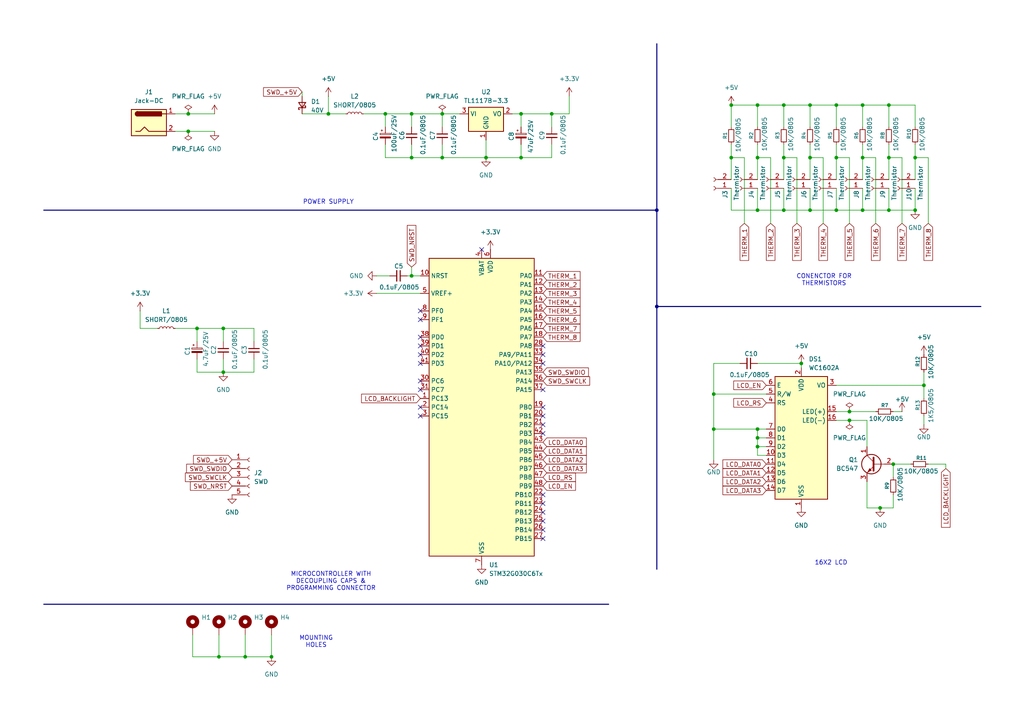
<source format=kicad_sch>
(kicad_sch (version 20250114) (generator "eeschema") (generator_version "9.0")
  (paper "A4")
  (title_block (title "Test Jig - Temperature") (date "2025-10-01") (rev "1.0") (company "Wyre Innovations") (comment 1 "Author: Shishir Dey"))
  (lib_symbols
    (symbol "Connector:Conn_01x02_Socket" (pin_names (offset 1.016) (hide yes))
      (property "Reference" "J" (at 0 2.54 0))
      (property "Value" "Conn_01x02_Socket" (at 0 -5.08 0))
      (symbol "Conn_01x02_Socket_1_1"
        (polyline (pts (xy -1.27 0) (xy -0.508 0)) (stroke (width 0.1524)))
        (polyline (pts (xy -1.27 -2.54) (xy -0.508 -2.54)) (stroke (width 0.1524)))
        (arc (start 0 -0.508) (mid -0.5058 0) (end 0 0.508) (stroke (width 0.1524)))
        (arc (start 0 -3.048) (mid -0.5058 -2.54) (end 0 -2.032) (stroke (width 0.1524)))
        (pin passive line (at -5.08 0 0) (length 3.81) (name "Pin_1") (number "1"))
        (pin passive line (at -5.08 -2.54 0) (length 3.81) (name "Pin_2") (number "2"))
      )
    )
    (symbol "Connector:Conn_01x05_Socket" (pin_names (offset 1.016) (hide yes))
      (property "Reference" "J" (at 0 7.62 0))
      (property "Value" "Conn_01x05_Socket" (at 0 -7.62 0))
      (symbol "Conn_01x05_Socket_1_1"
        (polyline (pts (xy -1.27 5.08) (xy -0.508 5.08)) (stroke (width 0.1524)))
        (polyline (pts (xy -1.27 2.54) (xy -0.508 2.54)) (stroke (width 0.1524)))
        (polyline (pts (xy -1.27 0) (xy -0.508 0)) (stroke (width 0.1524)))
        (polyline (pts (xy -1.27 -2.54) (xy -0.508 -2.54)) (stroke (width 0.1524)))
        (polyline (pts (xy -1.27 -5.08) (xy -0.508 -5.08)) (stroke (width 0.1524)))
        (arc (start 0 4.572) (mid -0.5058 5.08) (end 0 5.588) (stroke (width 0.1524)))
        (arc (start 0 2.032) (mid -0.5058 2.54) (end 0 3.048) (stroke (width 0.1524)))
        (arc (start 0 -0.508) (mid -0.5058 0) (end 0 0.508) (stroke (width 0.1524)))
        (arc (start 0 -3.048) (mid -0.5058 -2.54) (end 0 -2.032) (stroke (width 0.1524)))
        (arc (start 0 -5.588) (mid -0.5058 -5.08) (end 0 -4.572) (stroke (width 0.1524)))
        (pin passive line (at -5.08 5.08 0) (length 3.81) (name "Pin_1") (number "1"))
        (pin passive line (at -5.08 2.54 0) (length 3.81) (name "Pin_2") (number "2"))
        (pin passive line (at -5.08 0 0) (length 3.81) (name "Pin_3") (number "3"))
        (pin passive line (at -5.08 -2.54 0) (length 3.81) (name "Pin_4") (number "4"))
        (pin passive line (at -5.08 -5.08 0) (length 3.81) (name "Pin_5") (number "5"))
      )
    )
    (symbol "Connector:Jack-DC" (pin_names (offset 1.016))
      (property "Reference" "J" (at 0 5.334 0))
      (property "Value" "Jack-DC" (at 0 -5.08 0))
      (symbol "Jack-DC_0_1"
        (rectangle (start -5.08 3.81) (end 5.08 -3.81) (stroke (width 0.254)) (fill (type background)))
        (polyline (pts (xy -3.81 -2.54) (xy -2.54 -2.54) (xy -1.27 -1.27) (xy 0 -2.54) (xy 2.54 -2.54) (xy 5.08 -2.54)) (stroke (width 0.254)))
        (arc (start -3.302 1.905) (mid -3.9343 2.54) (end -3.302 3.175) (stroke (width 0.254)))
        (arc (start -3.302 1.905) (mid -3.9343 2.54) (end -3.302 3.175) (stroke (width 0.254)) (fill (type outline)))
        (rectangle (start 3.683 3.175) (end -3.302 1.905) (stroke (width 0.254)) (fill (type outline)))
        (polyline (pts (xy 5.08 2.54) (xy 3.81 2.54)) (stroke (width 0.254)))
      )
      (symbol "Jack-DC_1_1"
        (pin passive line (at 7.62 2.54 180) (length 2.54) (name "~") (number "1"))
        (pin passive line (at 7.62 -2.54 180) (length 2.54) (name "~") (number "2"))
      )
    )
    (symbol "Device:C_Polarized_Small" (pin_numbers (hide yes)) (pin_names (offset 0.254) (hide yes))
      (property "Reference" "C" (at 0.254 1.778 0))
      (property "Value" "C_Polarized_Small" (at 0.254 -2.032 0))
      (symbol "C_Polarized_Small_0_1"
        (rectangle (start -1.524 0.6858) (end 1.524 0.3048))
        (rectangle (start -1.524 -0.3048) (end 1.524 -0.6858) (fill (type outline)))
        (polyline (pts (xy -1.27 1.524) (xy -0.762 1.524)))
        (polyline (pts (xy -1.016 1.27) (xy -1.016 1.778)))
      )
      (symbol "C_Polarized_Small_1_1"
        (pin passive line (at 0 2.54 270) (length 1.8542) (name "~") (number "1"))
        (pin passive line (at 0 -2.54 90) (length 1.8542) (name "~") (number "2"))
      )
    )
    (symbol "Device:C_Small" (pin_numbers (hide yes)) (pin_names (offset 0.254) (hide yes))
      (property "Reference" "C" (at 0.254 1.778 0))
      (property "Value" "C_Small" (at 0.254 -2.032 0))
      (symbol "C_Small_0_1"
        (polyline (pts (xy -1.524 0.508) (xy 1.524 0.508)) (stroke (width 0.3048)))
        (polyline (pts (xy -1.524 -0.508) (xy 1.524 -0.508)) (stroke (width 0.3302)))
      )
      (symbol "C_Small_1_1"
        (pin passive line (at 0 2.54 270) (length 2.032) (name "~") (number "1"))
        (pin passive line (at 0 -2.54 90) (length 2.032) (name "~") (number "2"))
      )
    )
    (symbol "Device:D_Schottky_Small" (pin_numbers (hide yes)) (pin_names (offset 0.254) (hide yes))
      (property "Reference" "D" (at -1.27 2.032 0))
      (property "Value" "D_Schottky_Small" (at -7.112 -2.032 0))
      (symbol "D_Schottky_Small_0_1"
        (polyline (pts (xy -1.27 0.762) (xy -1.27 1.016) (xy -0.762 1.016) (xy -0.762 -1.016) (xy -0.254 -1.016) (xy -0.254 -0.762)) (stroke (width 0.254)))
        (polyline (pts (xy -0.762 0) (xy 0.762 0)))
        (polyline (pts (xy 0.762 -1.016) (xy -0.762 0) (xy 0.762 1.016) (xy 0.762 -1.016)) (stroke (width 0.254)))
      )
      (symbol "D_Schottky_Small_1_1"
        (pin passive line (at -2.54 0 0) (length 1.778) (name "K") (number "1"))
        (pin passive line (at 2.54 0 180) (length 1.778) (name "A") (number "2"))
      )
    )
    (symbol "Device:L_Small" (pin_numbers (hide yes)) (pin_names (offset 0.254) (hide yes))
      (property "Reference" "L" (at 0.762 1.016 0))
      (property "Value" "L_Small" (at 0.762 -1.016 0))
      (symbol "L_Small_0_1"
        (arc (start 0 2.032) (mid 0.5058 1.524) (end 0 1.016))
        (arc (start 0 1.016) (mid 0.5058 0.508) (end 0 0))
        (arc (start 0 0) (mid 0.5058 -0.508) (end 0 -1.016))
        (arc (start 0 -1.016) (mid 0.5058 -1.524) (end 0 -2.032))
      )
      (symbol "L_Small_1_1"
        (pin passive line (at 0 2.54 270) (length 0.508) (name "~") (number "1"))
        (pin passive line (at 0 -2.54 90) (length 0.508) (name "~") (number "2"))
      )
    )
    (symbol "Device:R_Small" (pin_numbers (hide yes)) (pin_names (offset 0.254) (hide yes))
      (property "Reference" "R" (at 0 0 90))
      (property "Value" "R_Small" (at 1.778 0 90))
      (symbol "R_Small_0_1"
        (rectangle (start -0.762 1.778) (end 0.762 -1.778) (stroke (width 0.2032)))
      )
      (symbol "R_Small_1_1"
        (pin passive line (at 0 2.54 270) (length 0.762) (name "~") (number "1"))
        (pin passive line (at 0 -2.54 90) (length 0.762) (name "~") (number "2"))
      )
    )
    (symbol "Display_Character:WC1602A"
      (property "Reference" "DS" (at -5.842 19.05 0))
      (property "Value" "WC1602A" (at 5.334 19.05 0))
      (symbol "WC1602A_1_1"
        (rectangle (start -7.62 17.78) (end 7.62 -17.78) (stroke (width 0.254)) (fill (type background)))
        (pin input line (at -10.16 15.24 0) (length 2.54) (name "E") (number "6"))
        (pin input line (at -10.16 12.7 0) (length 2.54) (name "R/W") (number "5"))
        (pin input line (at -10.16 10.16 0) (length 2.54) (name "RS") (number "4"))
        (pin input line (at -10.16 2.54 0) (length 2.54) (name "D0") (number "7"))
        (pin input line (at -10.16 0 0) (length 2.54) (name "D1") (number "8"))
        (pin input line (at -10.16 -2.54 0) (length 2.54) (name "D2") (number "9"))
        (pin input line (at -10.16 -5.08 0) (length 2.54) (name "D3") (number "10"))
        (pin input line (at -10.16 -7.62 0) (length 2.54) (name "D4") (number "11"))
        (pin input line (at -10.16 -10.16 0) (length 2.54) (name "D5") (number "12"))
        (pin input line (at -10.16 -12.7 0) (length 2.54) (name "D6") (number "13"))
        (pin input line (at -10.16 -15.24 0) (length 2.54) (name "D7") (number "14"))
        (pin power_in line (at 0 20.32 270) (length 2.54) (name "VDD") (number "2"))
        (pin power_in line (at 0 -20.32 90) (length 2.54) (name "VSS") (number "1"))
        (pin input line (at 10.16 15.24 180) (length 2.54) (name "VO") (number "3"))
        (pin power_in line (at 10.16 7.62 180) (length 2.54) (name "LED(+)") (number "15"))
        (pin power_in line (at 10.16 5.08 180) (length 2.54) (name "LED(-)") (number "16"))
      )
    )
    (symbol "MCU_ST_STM32G0:STM32G030C6Tx"
      (property "Reference" "U" (at -15.24 44.45 0))
      (property "Value" "STM32G030C6Tx" (at 5.08 44.45 0))
      (symbol "STM32G030C6Tx_0_1"
        (rectangle (start -15.24 -43.18) (end 15.24 43.18) (stroke (width 0.254)) (fill (type background)))
      )
      (symbol "STM32G030C6Tx_1_1"
        (pin input line (at -17.78 38.1 0) (length 2.54) (name "NRST") (number "10"))
        (pin input line (at -17.78 33.02 0) (length 2.54) (name "VREF+") (number "5"))
        (pin bidirectional line (at -17.78 27.94 0) (length 2.54) (name "PF0") (number "8"))
        (pin bidirectional line (at -17.78 25.4 0) (length 2.54) (name "PF1") (number "9"))
        (pin bidirectional line (at -17.78 20.32 0) (length 2.54) (name "PD0") (number "38"))
        (pin bidirectional line (at -17.78 17.78 0) (length 2.54) (name "PD1") (number "39"))
        (pin bidirectional line (at -17.78 15.24 0) (length 2.54) (name "PD2") (number "40"))
        (pin bidirectional line (at -17.78 12.7 0) (length 2.54) (name "PD3") (number "41"))
        (pin bidirectional line (at -17.78 7.62 0) (length 2.54) (name "PC6") (number "30"))
        (pin bidirectional line (at -17.78 5.08 0) (length 2.54) (name "PC7") (number "31"))
        (pin bidirectional line (at -17.78 2.54 0) (length 2.54) (name "PC13") (number "1"))
        (pin bidirectional line (at -17.78 0 0) (length 2.54) (name "PC14") (number "2"))
        (pin bidirectional line (at -17.78 -2.54 0) (length 2.54) (name "PC15") (number "3"))
        (pin no_connect line (at -15.24 -40.64 0) (length 2.54) (hide yes) (name "NC/PA10") (number "32"))
        (pin no_connect line (at -15.24 -43.18 0) (length 2.54) (hide yes) (name "NC/PA9") (number "29"))
        (pin power_in line (at 0 45.72 270) (length 2.54) (name "VBAT") (number "4"))
        (pin power_in line (at 0 -45.72 90) (length 2.54) (name "VSS") (number "7"))
        (pin power_in line (at 2.54 45.72 270) (length 2.54) (name "VDD") (number "6"))
        (pin bidirectional line (at 17.78 38.1 180) (length 2.54) (name "PA0") (number "11"))
        (pin bidirectional line (at 17.78 35.56 180) (length 2.54) (name "PA1") (number "12"))
        (pin bidirectional line (at 17.78 33.02 180) (length 2.54) (name "PA2") (number "13"))
        (pin bidirectional line (at 17.78 30.48 180) (length 2.54) (name "PA3") (number "14"))
        (pin bidirectional line (at 17.78 27.94 180) (length 2.54) (name "PA4") (number "15"))
        (pin bidirectional line (at 17.78 25.4 180) (length 2.54) (name "PA5") (number "16"))
        (pin bidirectional line (at 17.78 22.86 180) (length 2.54) (name "PA6") (number "17"))
        (pin bidirectional line (at 17.78 20.32 180) (length 2.54) (name "PA7") (number "18"))
        (pin bidirectional line (at 17.78 17.78 180) (length 2.54) (name "PA8") (number "28"))
        (pin bidirectional line (at 17.78 15.24 180) (length 2.54) (name "PA9/PA11") (number "33"))
        (pin bidirectional line (at 17.78 12.7 180) (length 2.54) (name "PA10/PA12") (number "34"))
        (pin bidirectional line (at 17.78 10.16 180) (length 2.54) (name "PA13") (number "35"))
        (pin bidirectional line (at 17.78 7.62 180) (length 2.54) (name "PA14") (number "36"))
        (pin bidirectional line (at 17.78 5.08 180) (length 2.54) (name "PA15") (number "37"))
        (pin bidirectional line (at 17.78 0 180) (length 2.54) (name "PB0") (number "19"))
        (pin bidirectional line (at 17.78 -2.54 180) (length 2.54) (name "PB1") (number "20"))
        (pin bidirectional line (at 17.78 -5.08 180) (length 2.54) (name "PB2") (number "21"))
        (pin bidirectional line (at 17.78 -7.62 180) (length 2.54) (name "PB3") (number "42"))
        (pin bidirectional line (at 17.78 -10.16 180) (length 2.54) (name "PB4") (number "43"))
        (pin bidirectional line (at 17.78 -12.7 180) (length 2.54) (name "PB5") (number "44"))
        (pin bidirectional line (at 17.78 -15.24 180) (length 2.54) (name "PB6") (number "45"))
        (pin bidirectional line (at 17.78 -17.78 180) (length 2.54) (name "PB7") (number "46"))
        (pin bidirectional line (at 17.78 -20.32 180) (length 2.54) (name "PB8") (number "47"))
        (pin bidirectional line (at 17.78 -22.86 180) (length 2.54) (name "PB9") (number "48"))
        (pin bidirectional line (at 17.78 -25.4 180) (length 2.54) (name "PB10") (number "22"))
        (pin bidirectional line (at 17.78 -27.94 180) (length 2.54) (name "PB11") (number "23"))
        (pin bidirectional line (at 17.78 -30.48 180) (length 2.54) (name "PB12") (number "24"))
        (pin bidirectional line (at 17.78 -33.02 180) (length 2.54) (name "PB13") (number "25"))
        (pin bidirectional line (at 17.78 -35.56 180) (length 2.54) (name "PB14") (number "26"))
        (pin bidirectional line (at 17.78 -38.1 180) (length 2.54) (name "PB15") (number "27"))
      )
    )
    (symbol "Mechanical:MountingHole_Pad_MP" (pin_numbers (hide yes)) (pin_names (offset 1.016) (hide yes)) (in_bom no)
      (property "Reference" "H" (at 0 6.35 0))
      (property "Value" "MountingHole_Pad_MP" (at 0 4.445 0))
      (symbol "MountingHole_Pad_MP_0_1"
        (circle (center 0 1.27) (radius 1.27) (stroke (width 1.27)))
      )
      (symbol "MountingHole_Pad_MP_1_1"
        (pin input line (at 0 -2.54 90) (length 2.54) (name "MP") (number "MP"))
      )
    )
    (symbol "Regulator_Linear:AMS1117-3.3"
      (property "Reference" "U" (at -3.81 3.175 0))
      (property "Value" "AMS1117-3.3" (at 0 3.175 0))
      (symbol "AMS1117-3.3_0_1"
        (rectangle (start -5.08 -5.08) (end 5.08 1.905) (stroke (width 0.254)) (fill (type background)))
      )
      (symbol "AMS1117-3.3_1_1"
        (pin power_in line (at -7.62 0 0) (length 2.54) (name "VI") (number "3"))
        (pin power_in line (at 0 -7.62 90) (length 2.54) (name "GND") (number "1"))
        (pin power_out line (at 7.62 0 180) (length 2.54) (name "VO") (number "2"))
      )
    )
    (symbol "Transistor_BJT:BC547" (pin_names (offset 0) (hide yes))
      (property "Reference" "Q" (at 5.08 1.905 0))
      (property "Value" "BC547" (at 5.08 0 0))
      (symbol "BC547_0_1"
        (polyline (pts (xy -2.54 0) (xy 0.635 0)))
        (polyline (pts (xy 0.635 1.905) (xy 0.635 -1.905)) (stroke (width 0.508)))
        (circle (center 1.27 0) (radius 2.8194) (stroke (width 0.254)))
      )
      (symbol "BC547_1_1"
        (polyline (pts (xy 0.635 0.635) (xy 2.54 2.54)))
        (polyline (pts (xy 0.635 -0.635) (xy 2.54 -2.54)))
        (polyline (pts (xy 1.27 -1.778) (xy 1.778 -1.27) (xy 2.286 -2.286) (xy 1.27 -1.778)) (fill (type outline)))
        (pin input line (at -5.08 0 0) (length 2.54) (name "B") (number "2"))
        (pin passive line (at 2.54 5.08 270) (length 2.54) (name "C") (number "1"))
        (pin passive line (at 2.54 -5.08 90) (length 2.54) (name "E") (number "3"))
      )
    )
    (symbol "power:+3.3V" (power) (pin_numbers (hide yes)) (pin_names (offset 0) (hide yes))
      (property "Value" "+3.3V" (at 0 3.556 0))
      (symbol "+3.3V_0_1"
        (polyline (pts (xy -0.762 1.27) (xy 0 2.54)))
        (polyline (pts (xy 0 2.54) (xy 0.762 1.27)))
        (polyline (pts (xy 0 0) (xy 0 2.54)))
      )
      (symbol "+3.3V_1_1"
        (pin power_in line (at 0 0 90) (length 0) (name "~") (number "1"))
      )
    )
    (symbol "power:+5V" (power) (pin_numbers (hide yes)) (pin_names (offset 0) (hide yes))
      (property "Value" "+5V" (at 0 3.556 0))
      (symbol "+5V_0_1"
        (polyline (pts (xy -0.762 1.27) (xy 0 2.54)))
        (polyline (pts (xy 0 2.54) (xy 0.762 1.27)))
        (polyline (pts (xy 0 0) (xy 0 2.54)))
      )
      (symbol "+5V_1_1"
        (pin power_in line (at 0 0 90) (length 0) (name "~") (number "1"))
      )
    )
    (symbol "power:GND" (power) (pin_numbers (hide yes)) (pin_names (offset 0) (hide yes))
      (property "Value" "GND" (at 0 -3.81 0))
      (symbol "GND_0_1"
        (polyline (pts (xy 0 0) (xy 0 -1.27) (xy 1.27 -1.27) (xy 0 -2.54) (xy -1.27 -1.27) (xy 0 -1.27)))
      )
      (symbol "GND_1_1"
        (pin power_in line (at 0 0 270) (length 0) (name "~") (number "1"))
      )
    )
    (symbol "power:PWR_FLAG" (power) (pin_numbers (hide yes)) (pin_names (offset 0) (hide yes))
      (property "Value" "PWR_FLAG" (at 0 3.81 0))
      (symbol "PWR_FLAG_0_0"
        (pin power_out line (at 0 0 90) (length 0) (name "~") (number "1"))
      )
      (symbol "PWR_FLAG_0_1"
        (polyline (pts (xy 0 0) (xy 0 1.27) (xy -1.016 1.905) (xy 0 2.54) (xy 1.016 1.905) (xy 0 1.27)))
      )
    )
  )
  (text "16X2 LCD" (at 241.046 163.322 0) (effects (font (size 1.27 1.27))))
  (text "MICROCONTROLLER WITH\nDECOUPLING CAPS &\nPROGRAMMING CONNECTOR" (at 96.012 168.656 0) (effects (font (size 1.27 1.27))))
  (text "CONENCTOR FOR\nTHERMISTORS" (at 239.014 81.28 0) (effects (font (size 1.27 1.27))))
  (text "MOUNTING\nHOLES" (at 91.694 186.182 0) (effects (font (size 1.27 1.27))))
  (text "POWER SUPPLY" (at 95.25 58.674 0) (effects (font (size 1.27 1.27))))
  (junction (at 190.5 60.96))
  (junction (at 234.95 30.48))
  (junction (at 219.71 30.48))
  (junction (at 63.5 190.5))
  (junction (at 119.38 80.01))
  (junction (at 111.76 33.02))
  (junction (at 265.43 60.96))
  (junction (at 119.38 45.72))
  (junction (at 234.95 60.96))
  (junction (at 212.09 45.72))
  (junction (at 119.38 33.02))
  (junction (at 227.33 30.48))
  (junction (at 232.41 105.41))
  (junction (at 151.13 33.02))
  (junction (at 227.33 60.96))
  (junction (at 78.74 190.5))
  (junction (at 219.71 129.54))
  (junction (at 250.19 30.48))
  (junction (at 267.97 111.76))
  (junction (at 219.71 45.72))
  (junction (at 207.01 124.46))
  (junction (at 255.27 147.32))
  (junction (at 242.57 60.96))
  (junction (at 257.81 60.96))
  (junction (at 250.19 45.72))
  (junction (at 151.13 45.72))
  (junction (at 207.01 114.3))
  (junction (at 54.61 38.1))
  (junction (at 246.38 121.92))
  (junction (at 219.71 60.96))
  (junction (at 128.27 33.02))
  (junction (at 250.19 60.96))
  (junction (at 246.38 119.38))
  (junction (at 227.33 45.72))
  (junction (at 242.57 30.48))
  (junction (at 54.61 33.02))
  (junction (at 128.27 45.72))
  (junction (at 95.25 33.02))
  (junction (at 57.15 95.25))
  (junction (at 212.09 30.48))
  (junction (at 71.12 190.5))
  (junction (at 219.71 124.46))
  (junction (at 259.08 134.62))
  (junction (at 140.97 45.72))
  (junction (at 257.81 45.72))
  (junction (at 160.02 33.02))
  (junction (at 234.95 45.72))
  (junction (at 257.81 30.48))
  (junction (at 265.43 45.72))
  (junction (at 219.71 127))
  (junction (at 190.5 88.9))
  (junction (at 64.77 107.95))
  (junction (at 64.77 95.25))
  (junction (at 242.57 45.72))
  (no_connect (at 157.48 151.13))
  (no_connect (at 121.92 90.17))
  (no_connect (at 157.48 156.21))
  (no_connect (at 121.92 118.11))
  (no_connect (at 157.48 100.33))
  (no_connect (at 121.92 97.79))
  (no_connect (at 157.48 153.67))
  (no_connect (at 139.7 72.39))
  (no_connect (at 121.92 105.41))
  (no_connect (at 157.48 143.51))
  (no_connect (at 121.92 102.87))
  (no_connect (at 157.48 123.19))
  (no_connect (at 121.92 100.33))
  (no_connect (at 157.48 120.65))
  (no_connect (at 157.48 118.11))
  (no_connect (at 157.48 113.03))
  (no_connect (at 157.48 146.05))
  (no_connect (at 157.48 148.59))
  (no_connect (at 121.92 92.71))
  (no_connect (at 157.48 102.87))
  (no_connect (at 157.48 125.73))
  (no_connect (at 157.48 105.41))
  (no_connect (at 121.92 110.49))
  (no_connect (at 121.92 120.65))
  (no_connect (at 121.92 113.03))
  (wire (pts (xy 105.41 33.02) (xy 111.76 33.02)))
  (wire (pts (xy 87.63 26.67) (xy 87.63 27.94)))
  (wire (pts (xy 40.64 95.25) (xy 45.72 95.25)))
  (wire (pts (xy 238.76 45.72) (xy 234.95 45.72)))
  (wire (pts (xy 242.57 41.91) (xy 242.57 45.72)))
  (wire (pts (xy 227.33 30.48) (xy 227.33 36.83)))
  (wire (pts (xy 254 64.77) (xy 254 45.72)))
  (wire (pts (xy 212.09 30.48) (xy 212.09 36.83)))
  (wire (pts (xy 227.33 54.61) (xy 227.33 60.96)))
  (wire (pts (xy 55.88 184.15) (xy 55.88 190.5)))
  (wire (pts (xy 261.62 45.72) (xy 257.81 45.72)))
  (wire (pts (xy 242.57 54.61) (xy 242.57 60.96)))
  (wire (pts (xy 255.27 147.32) (xy 259.08 147.32)))
  (wire (pts (xy 257.81 54.61) (xy 257.81 60.96)))
  (wire (pts (xy 219.71 54.61) (xy 219.71 60.96)))
  (wire (pts (xy 212.09 60.96) (xy 212.09 54.61)))
  (wire (pts (xy 234.95 54.61) (xy 234.95 60.96)))
  (wire (pts (xy 73.66 107.95) (xy 64.77 107.95)))
  (wire (pts (xy 78.74 184.15) (xy 78.74 190.5)))
  (wire (pts (xy 250.19 41.91) (xy 250.19 45.72)))
  (wire (pts (xy 234.95 30.48) (xy 242.57 30.48)))
  (wire (pts (xy 214.63 105.41) (xy 207.01 105.41)))
  (wire (pts (xy 250.19 54.61) (xy 250.19 60.96)))
  (wire (pts (xy 64.77 95.25) (xy 64.77 99.06)))
  (wire (pts (xy 257.81 45.72) (xy 257.81 52.07)))
  (wire (pts (xy 251.46 139.7) (xy 251.46 147.32)))
  (wire (pts (xy 219.71 30.48) (xy 219.71 36.83)))
  (wire (pts (xy 219.71 127) (xy 222.25 127)))
  (wire (pts (xy 234.95 30.48) (xy 234.95 36.83)))
  (wire (pts (xy 231.14 64.77) (xy 231.14 45.72)))
  (wire (pts (xy 207.01 133.35) (xy 207.01 124.46)))
  (wire (pts (xy 227.33 41.91) (xy 227.33 45.72)))
  (wire (pts (xy 223.52 64.77) (xy 223.52 45.72)))
  (wire (pts (xy 57.15 95.25) (xy 57.15 99.06)))
  (wire (pts (xy 219.71 105.41) (xy 232.41 105.41)))
  (wire (pts (xy 54.61 38.1) (xy 62.23 38.1)))
  (wire (pts (xy 250.19 30.48) (xy 250.19 36.83)))
  (wire (pts (xy 151.13 33.02) (xy 151.13 36.83)))
  (wire (pts (xy 119.38 80.01) (xy 121.92 80.01)))
  (wire (pts (xy 119.38 33.02) (xy 119.38 36.83)))
  (wire (pts (xy 151.13 45.72) (xy 160.02 45.72)))
  (wire (pts (xy 269.24 45.72) (xy 265.43 45.72)))
  (wire (pts (xy 50.8 33.02) (xy 54.61 33.02)))
  (wire (pts (xy 64.77 95.25) (xy 73.66 95.25)))
  (wire (pts (xy 269.24 134.62) (xy 274.32 134.62)))
  (wire (pts (xy 254 45.72) (xy 250.19 45.72)))
  (wire (pts (xy 119.38 45.72) (xy 111.76 45.72)))
  (wire (pts (xy 265.43 60.96) (xy 257.81 60.96)))
  (wire (pts (xy 232.41 105.41) (xy 232.41 106.68)))
  (wire (pts (xy 55.88 190.5) (xy 63.5 190.5)))
  (wire (pts (xy 140.97 40.64) (xy 140.97 45.72)))
  (wire (pts (xy 215.9 45.72) (xy 212.09 45.72)))
  (wire (pts (xy 234.95 41.91) (xy 234.95 45.72)))
  (wire (pts (xy 259.08 119.38) (xy 261.62 119.38)))
  (wire (pts (xy 246.38 64.77) (xy 246.38 45.72)))
  (wire (pts (xy 160.02 33.02) (xy 160.02 36.83)))
  (wire (pts (xy 87.63 33.02) (xy 95.25 33.02)))
  (wire (pts (xy 71.12 190.5) (xy 78.74 190.5)))
  (wire (pts (xy 128.27 33.02) (xy 128.27 36.83)))
  (wire (pts (xy 160.02 45.72) (xy 160.02 41.91)))
  (wire (pts (xy 140.97 45.72) (xy 151.13 45.72)))
  (wire (pts (xy 212.09 30.48) (xy 219.71 30.48)))
  (wire (pts (xy 40.64 90.17) (xy 40.64 95.25)))
  (wire (pts (xy 207.01 105.41) (xy 207.01 114.3)))
  (wire (pts (xy 234.95 60.96) (xy 227.33 60.96)))
  (wire (pts (xy 246.38 45.72) (xy 242.57 45.72)))
  (wire (pts (xy 257.81 60.96) (xy 250.19 60.96)))
  (wire (pts (xy 274.32 134.62) (xy 274.32 135.89)))
  (wire (pts (xy 111.76 45.72) (xy 111.76 41.91)))
  (wire (pts (xy 259.08 134.62) (xy 264.16 134.62)))
  (wire (pts (xy 128.27 45.72) (xy 119.38 45.72)))
  (wire (pts (xy 227.33 30.48) (xy 234.95 30.48)))
  (wire (pts (xy 73.66 95.25) (xy 73.66 99.06)))
  (wire (pts (xy 64.77 107.95) (xy 57.15 107.95)))
  (wire (pts (xy 269.24 64.77) (xy 269.24 45.72)))
  (wire (pts (xy 151.13 45.72) (xy 151.13 41.91)))
  (wire (pts (xy 242.57 60.96) (xy 234.95 60.96)))
  (wire (pts (xy 257.81 30.48) (xy 257.81 36.83)))
  (wire (pts (xy 207.01 114.3) (xy 222.25 114.3)))
  (wire (pts (xy 219.71 30.48) (xy 227.33 30.48)))
  (wire (pts (xy 219.71 60.96) (xy 212.09 60.96)))
  (wire (pts (xy 246.38 121.92) (xy 251.46 121.92)))
  (wire (pts (xy 73.66 104.14) (xy 73.66 107.95)))
  (wire (pts (xy 265.43 41.91) (xy 265.43 45.72)))
  (wire (pts (xy 250.19 45.72) (xy 250.19 52.07)))
  (wire (pts (xy 63.5 190.5) (xy 71.12 190.5)))
  (wire (pts (xy 160.02 33.02) (xy 151.13 33.02)))
  (wire (pts (xy 251.46 129.54) (xy 251.46 121.92)))
  (wire (pts (xy 261.62 64.77) (xy 261.62 45.72)))
  (wire (pts (xy 71.12 184.15) (xy 71.12 190.5)))
  (wire (pts (xy 215.9 64.77) (xy 215.9 45.72)))
  (wire (pts (xy 267.97 120.65) (xy 267.97 123.19)))
  (wire (pts (xy 242.57 30.48) (xy 242.57 36.83)))
  (wire (pts (xy 267.97 107.95) (xy 267.97 111.76)))
  (wire (pts (xy 227.33 60.96) (xy 219.71 60.96)))
  (wire (pts (xy 151.13 33.02) (xy 148.59 33.02)))
  (wire (pts (xy 119.38 41.91) (xy 119.38 45.72)))
  (wire (pts (xy 242.57 119.38) (xy 246.38 119.38)))
  (bus (pts (xy 12.7 175.26) (xy 176.53 175.26)))
  (wire (pts (xy 219.71 132.08) (xy 222.25 132.08)))
  (wire (pts (xy 212.09 45.72) (xy 212.09 52.07)))
  (wire (pts (xy 219.71 41.91) (xy 219.71 45.72)))
  (wire (pts (xy 57.15 95.25) (xy 64.77 95.25)))
  (wire (pts (xy 231.14 45.72) (xy 227.33 45.72)))
  (wire (pts (xy 207.01 124.46) (xy 219.71 124.46)))
  (wire (pts (xy 109.22 85.09) (xy 121.92 85.09)))
  (wire (pts (xy 223.52 45.72) (xy 219.71 45.72)))
  (wire (pts (xy 57.15 107.95) (xy 57.15 104.14)))
  (wire (pts (xy 63.5 184.15) (xy 63.5 190.5)))
  (wire (pts (xy 234.95 45.72) (xy 234.95 52.07)))
  (bus (pts (xy 190.5 88.9) (xy 284.48 88.9)))
  (wire (pts (xy 109.22 80.01) (xy 113.03 80.01)))
  (wire (pts (xy 165.1 27.94) (xy 165.1 33.02)))
  (wire (pts (xy 207.01 124.46) (xy 207.01 114.3)))
  (wire (pts (xy 64.77 104.14) (xy 64.77 107.95)))
  (wire (pts (xy 259.08 143.51) (xy 259.08 147.32)))
  (wire (pts (xy 54.61 33.02) (xy 62.23 33.02)))
  (wire (pts (xy 265.43 54.61) (xy 265.43 60.96)))
  (wire (pts (xy 242.57 45.72) (xy 242.57 52.07)))
  (wire (pts (xy 219.71 127) (xy 219.71 129.54)))
  (wire (pts (xy 165.1 33.02) (xy 160.02 33.02)))
  (wire (pts (xy 219.71 124.46) (xy 222.25 124.46)))
  (wire (pts (xy 95.25 33.02) (xy 100.33 33.02)))
  (wire (pts (xy 250.19 60.96) (xy 242.57 60.96)))
  (wire (pts (xy 242.57 121.92) (xy 246.38 121.92)))
  (wire (pts (xy 257.81 30.48) (xy 265.43 30.48)))
  (wire (pts (xy 119.38 33.02) (xy 128.27 33.02)))
  (wire (pts (xy 119.38 77.47) (xy 119.38 80.01)))
  (wire (pts (xy 95.25 27.94) (xy 95.25 33.02)))
  (wire (pts (xy 50.8 95.25) (xy 57.15 95.25)))
  (wire (pts (xy 111.76 33.02) (xy 111.76 36.83)))
  (wire (pts (xy 111.76 33.02) (xy 119.38 33.02)))
  (wire (pts (xy 250.19 30.48) (xy 257.81 30.48)))
  (wire (pts (xy 128.27 41.91) (xy 128.27 45.72)))
  (wire (pts (xy 50.8 38.1) (xy 54.61 38.1)))
  (wire (pts (xy 219.71 129.54) (xy 222.25 129.54)))
  (bus (pts (xy 190.5 12.7) (xy 190.5 60.96)))
  (wire (pts (xy 227.33 45.72) (xy 227.33 52.07)))
  (wire (pts (xy 118.11 80.01) (xy 119.38 80.01)))
  (bus (pts (xy 190.5 88.9) (xy 190.5 165.1)))
  (wire (pts (xy 219.71 45.72) (xy 219.71 52.07)))
  (wire (pts (xy 212.09 41.91) (xy 212.09 45.72)))
  (wire (pts (xy 265.43 45.72) (xy 265.43 52.07)))
  (wire (pts (xy 259.08 134.62) (xy 259.08 138.43)))
  (wire (pts (xy 246.38 119.38) (xy 254 119.38)))
  (bus (pts (xy 12.7 60.96) (xy 190.5 60.96)))
  (wire (pts (xy 257.81 41.91) (xy 257.81 45.72)))
  (wire (pts (xy 251.46 147.32) (xy 255.27 147.32)))
  (wire (pts (xy 265.43 30.48) (xy 265.43 36.83)))
  (wire (pts (xy 238.76 64.77) (xy 238.76 45.72)))
  (wire (pts (xy 267.97 111.76) (xy 267.97 115.57)))
  (wire (pts (xy 140.97 45.72) (xy 128.27 45.72)))
  (wire (pts (xy 219.71 124.46) (xy 219.71 127)))
  (wire (pts (xy 128.27 33.02) (xy 133.35 33.02)))
  (wire (pts (xy 219.71 129.54) (xy 219.71 132.08)))
  (wire (pts (xy 242.57 30.48) (xy 250.19 30.48)))
  (wire (pts (xy 242.57 111.76) (xy 267.97 111.76)))
  (bus (pts (xy 190.5 60.96) (xy 190.5 88.9)))
  (global_label "SWD_NRST" (shape input) (at 67.31 140.97 180) (property "Intersheetrefs" "${INTERSHEET_REFS}" (effects (hide yes))))
  (global_label "LCD_DATA2" (shape input) (at 222.25 139.7 180) (property "Intersheetrefs" "${INTERSHEET_REFS}" (effects (hide yes))))
  (global_label "THERM_3" (shape input) (at 231.14 64.77 270) (property "Intersheetrefs" "${INTERSHEET_REFS}" (effects (hide yes))))
  (global_label "LCD_RS" (shape input) (at 157.48 138.43 0) (property "Intersheetrefs" "${INTERSHEET_REFS}" (effects (hide yes))))
  (global_label "LCD_DATA2" (shape input) (at 157.48 133.35 0) (property "Intersheetrefs" "${INTERSHEET_REFS}" (effects (hide yes))))
  (global_label "THERM_8" (shape input) (at 269.24 64.77 270) (property "Intersheetrefs" "${INTERSHEET_REFS}" (effects (hide yes))))
  (global_label "LCD_DATA1" (shape input) (at 157.48 130.81 0) (property "Intersheetrefs" "${INTERSHEET_REFS}" (effects (hide yes))))
  (global_label "SWD_SWCLK" (shape input) (at 67.31 138.43 180) (property "Intersheetrefs" "${INTERSHEET_REFS}" (effects (hide yes))))
  (global_label "LCD_DATA3" (shape input) (at 157.48 135.89 0) (property "Intersheetrefs" "${INTERSHEET_REFS}" (effects (hide yes))))
  (global_label "SWD_SWDIO" (shape input) (at 67.31 135.89 180) (property "Intersheetrefs" "${INTERSHEET_REFS}" (effects (hide yes))))
  (global_label "SWD_+5V" (shape input) (at 87.63 26.67 180) (property "Intersheetrefs" "${INTERSHEET_REFS}" (effects (hide yes))))
  (global_label "THERM_6" (shape input) (at 254 64.77 270) (property "Intersheetrefs" "${INTERSHEET_REFS}" (effects (hide yes))))
  (global_label "LCD_BACKLIGHT" (shape input) (at 274.32 135.89 270) (property "Intersheetrefs" "${INTERSHEET_REFS}" (effects (hide yes))))
  (global_label "LCD_RS" (shape input) (at 222.25 116.84 180) (property "Intersheetrefs" "${INTERSHEET_REFS}" (effects (hide yes))))
  (global_label "THERM_2" (shape input) (at 157.48 82.55 0) (property "Intersheetrefs" "${INTERSHEET_REFS}" (effects (hide yes))))
  (global_label "LCD_DATA1" (shape input) (at 222.25 137.16 180) (property "Intersheetrefs" "${INTERSHEET_REFS}" (effects (hide yes))))
  (global_label "THERM_1" (shape input) (at 215.9 64.77 270) (property "Intersheetrefs" "${INTERSHEET_REFS}" (effects (hide yes))))
  (global_label "LCD_DATA0" (shape input) (at 222.25 134.62 180) (property "Intersheetrefs" "${INTERSHEET_REFS}" (effects (hide yes))))
  (global_label "THERM_8" (shape input) (at 157.48 97.79 0) (property "Intersheetrefs" "${INTERSHEET_REFS}" (effects (hide yes))))
  (global_label "LCD_DATA0" (shape input) (at 157.48 128.27 0) (property "Intersheetrefs" "${INTERSHEET_REFS}" (effects (hide yes))))
  (global_label "THERM_6" (shape input) (at 157.48 92.71 0) (property "Intersheetrefs" "${INTERSHEET_REFS}" (effects (hide yes))))
  (global_label "LCD_EN" (shape input) (at 157.48 140.97 0) (property "Intersheetrefs" "${INTERSHEET_REFS}" (effects (hide yes))))
  (global_label "THERM_5" (shape input) (at 157.48 90.17 0) (property "Intersheetrefs" "${INTERSHEET_REFS}" (effects (hide yes))))
  (global_label "THERM_5" (shape input) (at 246.38 64.77 270) (property "Intersheetrefs" "${INTERSHEET_REFS}" (effects (hide yes))))
  (global_label "THERM_3" (shape input) (at 157.48 85.09 0) (property "Intersheetrefs" "${INTERSHEET_REFS}" (effects (hide yes))))
  (global_label "SWD_SWCLK" (shape input) (at 157.48 110.49 0) (property "Intersheetrefs" "${INTERSHEET_REFS}" (effects (hide yes))))
  (global_label "SWD_+5V" (shape input) (at 67.31 133.35 180) (property "Intersheetrefs" "${INTERSHEET_REFS}" (effects (hide yes))))
  (global_label "SWD_NRST" (shape input) (at 119.38 77.47 90) (property "Intersheetrefs" "${INTERSHEET_REFS}" (effects (hide yes))))
  (global_label "THERM_1" (shape input) (at 157.48 80.01 0) (property "Intersheetrefs" "${INTERSHEET_REFS}" (effects (hide yes))))
  (global_label "LCD_BACKLIGHT" (shape input) (at 121.92 115.57 180) (property "Intersheetrefs" "${INTERSHEET_REFS}" (effects (hide yes))))
  (global_label "THERM_4" (shape input) (at 238.76 64.77 270) (property "Intersheetrefs" "${INTERSHEET_REFS}" (effects (hide yes))))
  (global_label "THERM_7" (shape input) (at 157.48 95.25 0) (property "Intersheetrefs" "${INTERSHEET_REFS}" (effects (hide yes))))
  (global_label "THERM_2" (shape input) (at 223.52 64.77 270) (property "Intersheetrefs" "${INTERSHEET_REFS}" (effects (hide yes))))
  (global_label "SWD_SWDIO" (shape input) (at 157.48 107.95 0) (property "Intersheetrefs" "${INTERSHEET_REFS}" (effects (hide yes))))
  (global_label "LCD_DATA3" (shape input) (at 222.25 142.24 180) (property "Intersheetrefs" "${INTERSHEET_REFS}" (effects (hide yes))))
  (global_label "THERM_4" (shape input) (at 157.48 87.63 0) (property "Intersheetrefs" "${INTERSHEET_REFS}" (effects (hide yes))))
  (global_label "THERM_7" (shape input) (at 261.62 64.77 270) (property "Intersheetrefs" "${INTERSHEET_REFS}" (effects (hide yes))))
  (global_label "LCD_EN" (shape input) (at 222.25 111.76 180) (property "Intersheetrefs" "${INTERSHEET_REFS}" (effects (hide yes))))
  (symbol (lib_id "Device:C_Small") (at 73.66 101.6 0) (unit 1)
    (property "Reference" "C3" (at 70.866 102.87 90) (effects (justify left)))
    (property "Value" "0.1uF/0805" (at 76.962 107.188 90) (effects (justify left)))
    (property "Description" "Unpolarized capacitor, small symbol" (effects (hide yes)))
  )
  (symbol (lib_id "power:GND") (at 255.27 147.32 0) (unit 1)
    (property "Reference" "#PWR018" (effects (hide yes)))
    (property "Value" "GND" (at 255.27 152.4 0))
    (property "Description" "Power symbol creates a global label with name \"GND\" , ground" (effects (hide yes)))
  )
  (symbol (lib_id "Device:C_Polarized_Small") (at 111.76 39.37 0) (unit 1)
    (property "Reference" "C4" (at 108.966 40.894 90) (effects (justify left)))
    (property "Value" "100uF/25V" (at 114.3 44.196 90) (effects (justify left)))
    (property "Description" "Polarized capacitor, small symbol" (effects (hide yes)))
  )
  (symbol (lib_id "Device:R_Small") (at 257.81 39.37 0) (unit 1)
    (property "Reference" "R8" (at 256.032 40.386 90) (effects (font (size 1.016 1.016)) (justify left)))
    (property "Value" "10K/0805" (at 259.842 43.942 90) (effects (justify left)))
    (property "Description" "Resistor, small symbol" (effects (hide yes)))
  )
  (symbol (lib_id "power:PWR_FLAG") (at 54.61 33.02 0) (unit 1)
    (property "Reference" "#FLG01" (effects (hide yes)))
    (property "Value" "PWR_FLAG" (at 54.61 27.94 0))
    (property "Description" "Special symbol for telling ERC where power comes from" (effects (hide yes)))
  )
  (symbol (lib_id "Connector:Jack-DC") (at 43.18 35.56 0) (unit 1)
    (property "Reference" "J1" (at 43.18 26.67 0))
    (property "Value" "Jack-DC" (at 43.18 29.21 0))
    (property "Description" "DC Barrel Jack" (effects (hide yes)))
  )
  (symbol (lib_id "power:GND") (at 139.7 163.83 0) (unit 1)
    (property "Reference" "#PWR010" (effects (hide yes)))
    (property "Value" "GND" (at 139.7 168.91 0))
    (property "Description" "Power symbol creates a global label with name \"GND\" , ground" (effects (hide yes)))
  )
  (symbol (lib_id "Device:R_Small") (at 267.97 118.11 0) (unit 1)
    (property "Reference" "R13" (at 266.192 119.126 90) (effects (font (size 1.016 1.016)) (justify left)))
    (property "Value" "1K5/0805" (at 270.002 122.682 90) (effects (justify left)))
    (property "Description" "Resistor, small symbol" (effects (hide yes)))
  )
  (symbol (lib_id "power:+5V") (at 232.41 105.41 0) (unit 1)
    (property "Reference" "#PWR016" (effects (hide yes)))
    (property "Value" "+5V" (at 232.41 100.33 0))
    (property "Description" "Power symbol creates a global label with name \"+5V\"" (effects (hide yes)))
  )
  (symbol (lib_id "MCU_ST_STM32G0:STM32G030C6Tx") (at 139.7 118.11 0) (unit 1)
    (property "Reference" "U1" (at 141.8433 163.83 0) (effects (justify left)))
    (property "Value" "STM32G030C6Tx" (at 141.8433 166.37 0) (effects (justify left)))
    (property "Footprint" "Package_QFP:LQFP-48_7x7mm_P0.5mm" (effects (hide yes)))
    (property "Datasheet" "https://www.st.com/resource/en/datasheet/stm32g030c6.pdf" (effects (hide yes)))
    (property "Description" "STMicroelectronics Arm Cortex-M0+ MCU, 32KB flash, 8KB RAM, 64 MHz, 2.0-3.6V, 43 GPIO, LQFP48" (effects (hide yes)))
  )
  (symbol (lib_id "Device:R_Small") (at 227.33 39.37 0) (unit 1)
    (property "Reference" "R3" (at 225.552 40.386 90) (effects (font (size 1.016 1.016)) (justify left)))
    (property "Value" "10K/0805" (at 229.362 43.942 90) (effects (justify left)))
    (property "Description" "Resistor, small symbol" (effects (hide yes)))
  )
  (symbol (lib_id "Display_Character:WC1602A") (at 232.41 127 0) (unit 1)
    (property "Reference" "DS1" (at 234.5533 104.14 0) (effects (justify left)))
    (property "Value" "WC1602A" (at 234.5533 106.68 0) (effects (justify left)))
    (property "Footprint" "Display:WC1602A" (effects (hide yes)))
    (property "Datasheet" "http://www.wincomlcd.com/pdf/WC1602A-SFYLYHTC06.pdf" (effects (hide yes)))
    (property "Description" "LCD 16x2 Alphanumeric , 8 bit parallel bus, 5V VDD" (effects (hide yes)))
  )
  (symbol (lib_id "Connector:Conn_01x02_Socket") (at 237.49 54.61 180) (unit 1)
    (property "Reference" "J7" (at 240.792 56.388 90))
    (property "Value" "Thermistor" (at 244.094 53.086 90))
    (property "Description" "Generic connector, single row, 01x02, script generated" (effects (hide yes)))
  )
  (symbol (lib_id "Connector:Conn_01x02_Socket") (at 214.63 54.61 180) (unit 1)
    (property "Reference" "J4" (at 217.932 56.388 90))
    (property "Value" "Thermistor" (at 221.234 53.086 90))
    (property "Description" "Generic connector, single row, 01x02, script generated" (effects (hide yes)))
  )
  (symbol (lib_id "Regulator_Linear:AMS1117-3.3") (at 140.97 33.02 0) (unit 1)
    (property "Reference" "U2" (at 140.97 26.67 0))
    (property "Value" "TL1117B-3.3" (at 140.97 29.21 0))
    (property "Footprint" "Package_TO_SOT_SMD:SOT-223-3_TabPin2" (effects (hide yes)))
    (property "Datasheet" "http://www.advanced-monolithic.com/pdf/ds1117.pdf" (effects (hide yes)))
    (property "Description" "1A Low Dropout regulator, positive, 3.3V fixed output, SOT-223" (effects (hide yes)))
  )
  (symbol (lib_id "Mechanical:MountingHole_Pad_MP") (at 78.74 181.61 0) (unit 1) (in_bom no)
    (property "Reference" "H4" (at 81.28 179.0699 0) (effects (justify left)))
    (property "Value" "MOUNTING HOLE" (effects (hide yes)))
    (property "Description" "Mounting Hole with connection as pad named MP" (effects (hide yes)))
  )
  (symbol (lib_id "Device:C_Small") (at 119.38 39.37 0) (unit 1)
    (property "Reference" "C6" (at 116.586 40.64 90) (effects (justify left)))
    (property "Value" "0.1uF/0805" (at 122.682 44.958 90) (effects (justify left)))
    (property "Description" "Unpolarized capacitor, small symbol" (effects (hide yes)))
  )
  (symbol (lib_id "power:GND") (at 265.43 60.96 0) (unit 1)
    (property "Reference" "#PWR020" (effects (hide yes)))
    (property "Value" "GND" (at 265.43 66.04 0))
    (property "Description" "Power symbol creates a global label with name \"GND\" , ground" (effects (hide yes)))
  )
  (symbol (lib_id "Device:R_Small") (at 212.09 39.37 0) (unit 1)
    (property "Reference" "R1" (at 210.312 40.386 90) (effects (font (size 1.016 1.016)) (justify left)))
    (property "Value" "10K/0805" (at 214.122 44.196 90) (effects (justify left)))
    (property "Description" "Resistor, small symbol" (effects (hide yes)))
  )
  (symbol (lib_id "Connector:Conn_01x02_Socket") (at 245.11 54.61 180) (unit 1)
    (property "Reference" "J8" (at 248.412 56.388 90))
    (property "Value" "Thermistor" (at 251.714 53.086 90))
    (property "Description" "Generic connector, single row, 01x02, script generated" (effects (hide yes)))
  )
  (symbol (lib_id "power:PWR_FLAG") (at 54.61 38.1 180) (unit 1)
    (property "Reference" "#FLG02" (effects (hide yes)))
    (property "Value" "PWR_FLAG" (at 54.61 43.18 0))
    (property "Description" "Special symbol for telling ERC where power comes from" (effects (hide yes)))
  )
  (symbol (lib_id "power:GND") (at 64.77 107.95 0) (unit 1)
    (property "Reference" "#PWR04" (effects (hide yes)))
    (property "Value" "GND" (at 64.77 113.03 0))
    (property "Description" "Power symbol creates a global label with name \"GND\" , ground" (effects (hide yes)))
  )
  (symbol (lib_id "Device:C_Polarized_Small") (at 151.13 39.37 0) (unit 1)
    (property "Reference" "C8" (at 148.336 40.894 90) (effects (justify left)))
    (property "Value" "47uF/25V" (at 153.924 44.45 90) (effects (justify left)))
    (property "Description" "Polarized capacitor, small symbol" (effects (hide yes)))
  )
  (symbol (lib_id "Device:C_Small") (at 115.57 80.01 270) (unit 1)
    (property "Reference" "C5" (at 114.3 77.216 90) (effects (justify left)))
    (property "Value" "0.1uF/0805" (at 109.982 83.312 90) (effects (justify left)))
    (property "Description" "Unpolarized capacitor, small symbol" (effects (hide yes)))
  )
  (symbol (lib_id "Device:R_Small") (at 266.7 134.62 270) (unit 1)
    (property "Reference" "R11" (at 265.684 132.842 90) (effects (font (size 1.016 1.016)) (justify left)))
    (property "Value" "10K/0805" (at 262.128 136.652 90) (effects (justify left)))
    (property "Description" "Resistor, small symbol" (effects (hide yes)))
  )
  (symbol (lib_id "power:+5V") (at 267.97 102.87 0) (unit 1)
    (property "Reference" "#PWR021" (effects (hide yes)))
    (property "Value" "+5V" (at 267.97 97.79 0))
    (property "Description" "Power symbol creates a global label with name \"+5V\"" (effects (hide yes)))
  )
  (symbol (lib_id "power:+3.3V") (at 40.64 90.17 0) (unit 1)
    (property "Reference" "#PWR01" (effects (hide yes)))
    (property "Value" "+3.3V" (at 40.64 85.09 0))
    (property "Description" "Power symbol creates a global label with name \"+3.3V\"" (effects (hide yes)))
  )
  (symbol (lib_id "power:+3.3V") (at 165.1 27.94 0) (unit 1)
    (property "Reference" "#PWR013" (effects (hide yes)))
    (property "Value" "+3.3V" (at 165.1 22.86 0))
    (property "Description" "Power symbol creates a global label with name \"+3.3V\"" (effects (hide yes)))
  )
  (symbol (lib_id "Device:C_Polarized_Small") (at 57.15 101.6 0) (unit 1)
    (property "Reference" "C1" (at 54.356 103.124 90) (effects (justify left)))
    (property "Value" "4.7uF/25V" (at 59.69 106.426 90) (effects (justify left)))
    (property "Description" "Polarized capacitor, small symbol" (effects (hide yes)))
  )
  (symbol (lib_id "power:+5V") (at 261.62 119.38 0) (unit 1)
    (property "Reference" "#PWR019" (effects (hide yes)))
    (property "Value" "+5V" (at 261.62 115.824 0))
    (property "Description" "Power symbol creates a global label with name \"+5V\"" (effects (hide yes)))
  )
  (symbol (lib_id "power:GND") (at 267.97 123.19 0) (unit 1)
    (property "Reference" "#PWR022" (effects (hide yes)))
    (property "Value" "GND" (at 267.97 126.746 0))
    (property "Description" "Power symbol creates a global label with name \"GND\" , ground" (effects (hide yes)))
  )
  (symbol (lib_id "Device:C_Small") (at 128.27 39.37 0) (unit 1)
    (property "Reference" "C7" (at 125.476 40.64 90) (effects (justify left)))
    (property "Value" "0.1uF/0805" (at 131.572 44.958 90) (effects (justify left)))
    (property "Description" "Unpolarized capacitor, small symbol" (effects (hide yes)))
  )
  (symbol (lib_id "Device:R_Small") (at 267.97 105.41 0) (unit 1)
    (property "Reference" "R12" (at 266.192 106.426 90) (effects (font (size 1.016 1.016)) (justify left)))
    (property "Value" "10K/0805" (at 270.002 109.982 90) (effects (justify left)))
    (property "Description" "Resistor, small symbol" (effects (hide yes)))
  )
  (symbol (lib_id "power:GND") (at 207.01 133.35 0) (unit 1)
    (property "Reference" "#PWR014" (effects (hide yes)))
    (property "Value" "GND" (at 207.01 136.906 0))
    (property "Description" "Power symbol creates a global label with name \"GND\" , ground" (effects (hide yes)))
  )
  (symbol (lib_id "power:GND") (at 78.74 190.5 0) (unit 1)
    (property "Reference" "#PWR06" (effects (hide yes)))
    (property "Value" "GND" (at 78.74 195.58 0))
    (property "Description" "Power symbol creates a global label with name \"GND\" , ground" (effects (hide yes)))
  )
  (symbol (lib_id "Device:R_Small") (at 219.71 39.37 0) (unit 1)
    (property "Reference" "R2" (at 217.932 40.386 90) (effects (font (size 1.016 1.016)) (justify left)))
    (property "Value" "10K/0805" (at 221.742 43.942 90) (effects (justify left)))
    (property "Description" "Resistor, small symbol" (effects (hide yes)))
  )
  (symbol (lib_id "power:GND") (at 62.23 38.1 0) (unit 1)
    (property "Reference" "#PWR03" (effects (hide yes)))
    (property "Value" "GND" (at 62.23 43.18 0))
    (property "Description" "Power symbol creates a global label with name \"GND\" , ground" (effects (hide yes)))
  )
  (symbol (lib_id "Connector:Conn_01x02_Socket") (at 222.25 54.61 180) (unit 1)
    (property "Reference" "J5" (at 225.552 56.388 90))
    (property "Value" "Thermistor" (at 228.854 53.086 90))
    (property "Description" "Generic connector, single row, 01x02, script generated" (effects (hide yes)))
  )
  (symbol (lib_id "Device:L_Small") (at 102.87 33.02 90) (unit 1)
    (property "Reference" "L2" (at 102.87 27.94 90))
    (property "Value" "SHORT/0805" (at 102.87 30.48 90))
    (property "Description" "Inductor, small symbol" (effects (hide yes)))
  )
  (symbol (lib_id "Connector:Conn_01x05_Socket") (at 72.39 138.43 0) (unit 1)
    (property "Reference" "J2" (at 73.66 137.1599 0) (effects (justify left)))
    (property "Value" "SWD" (at 73.66 139.6999 0) (effects (justify left)))
    (property "Description" "Generic connector, single row, 01x05, script generated" (effects (hide yes)))
  )
  (symbol (lib_id "Device:R_Small") (at 265.43 39.37 0) (unit 1)
    (property "Reference" "R10" (at 263.652 40.386 90) (effects (font (size 1.016 1.016)) (justify left)))
    (property "Value" "10K/0805" (at 267.462 43.942 90) (effects (justify left)))
    (property "Description" "Resistor, small symbol" (effects (hide yes)))
  )
  (symbol (lib_id "power:GND") (at 67.31 143.51 0) (unit 1)
    (property "Reference" "#PWR05" (effects (hide yes)))
    (property "Value" "GND" (at 67.31 148.59 0))
    (property "Description" "Power symbol creates a global label with name \"GND\" , ground" (effects (hide yes)))
  )
  (symbol (lib_id "Transistor_BJT:BC547") (at 254 134.62 0) (mirror y) (unit 1)
    (property "Reference" "Q1" (at 248.92 133.3499 0) (effects (justify left)))
    (property "Value" "BC547" (at 248.92 135.8899 0) (effects (justify left)))
    (property "Footprint" "Package_TO_SOT_THT:TO-92_Inline" (effects (hide yes)))
    (property "Datasheet" "https://www.onsemi.com/pub/Collateral/BC550-D.pdf" (effects (hide yes)))
    (property "Description" "0.1A Ic, 45V Vce, Small Signal NPN Transistor, TO-92" (effects (hide yes)))
  )
  (symbol (lib_id "power:GND") (at 109.22 80.01 270) (unit 1)
    (property "Reference" "#PWR08" (effects (hide yes)))
    (property "Value" "GND" (at 105.41 80.0099 90) (effects (justify right)))
    (property "Description" "Power symbol creates a global label with name \"GND\" , ground" (effects (hide yes)))
  )
  (symbol (lib_id "Connector:Conn_01x02_Socket") (at 252.73 54.61 180) (unit 1)
    (property "Reference" "J9" (at 256.032 56.388 90))
    (property "Value" "Thermistor" (at 259.334 53.086 90))
    (property "Description" "Generic connector, single row, 01x02, script generated" (effects (hide yes)))
  )
  (symbol (lib_id "Device:R_Small") (at 242.57 39.37 0) (unit 1)
    (property "Reference" "R5" (at 240.792 40.386 90) (effects (font (size 1.016 1.016)) (justify left)))
    (property "Value" "10K/0805" (at 244.602 43.942 90) (effects (justify left)))
    (property "Description" "Resistor, small symbol" (effects (hide yes)))
  )
  (symbol (lib_id "power:+5V") (at 212.09 30.48 0) (unit 1)
    (property "Reference" "#PWR015" (effects (hide yes)))
    (property "Value" "+5V" (at 212.09 25.4 0))
    (property "Description" "Power symbol creates a global label with name \"+5V\"" (effects (hide yes)))
  )
  (symbol (lib_id "power:+5V") (at 95.25 27.94 0) (unit 1)
    (property "Reference" "#PWR07" (effects (hide yes)))
    (property "Value" "+5V" (at 95.25 22.86 0))
    (property "Description" "Power symbol creates a global label with name \"+5V\"" (effects (hide yes)))
  )
  (symbol (lib_id "power:GND") (at 140.97 45.72 0) (unit 1)
    (property "Reference" "#PWR011" (effects (hide yes)))
    (property "Value" "GND" (at 140.97 50.8 0))
    (property "Description" "Power symbol creates a global label with name \"GND\" , ground" (effects (hide yes)))
  )
  (symbol (lib_id "Device:C_Small") (at 160.02 39.37 0) (unit 1)
    (property "Reference" "C9" (at 157.226 40.64 90) (effects (justify left)))
    (property "Value" "0.1uF/0805" (at 163.322 44.958 90) (effects (justify left)))
    (property "Description" "Unpolarized capacitor, small symbol" (effects (hide yes)))
  )
  (symbol (lib_id "power:PWR_FLAG") (at 246.38 119.38 0) (unit 1)
    (property "Reference" "#FLG04" (effects (hide yes)))
    (property "Value" "PWR_FLAG" (at 246.38 114.3 0))
    (property "Description" "Special symbol for telling ERC where power comes from" (effects (hide yes)))
  )
  (symbol (lib_id "Device:C_Small") (at 64.77 101.6 0) (unit 1)
    (property "Reference" "C2" (at 61.976 102.87 90) (effects (justify left)))
    (property "Value" "0.1uF/0805" (at 68.072 107.188 90) (effects (justify left)))
    (property "Description" "Unpolarized capacitor, small symbol" (effects (hide yes)))
  )
  (symbol (lib_id "Mechanical:MountingHole_Pad_MP") (at 63.5 181.61 0) (unit 1) (in_bom no)
    (property "Reference" "H2" (at 66.04 179.0699 0) (effects (justify left)))
    (property "Value" "MOUNTING HOLE" (effects (hide yes)))
    (property "Description" "Mounting Hole with connection as pad named MP" (effects (hide yes)))
  )
  (symbol (lib_id "Device:R_Small") (at 234.95 39.37 0) (unit 1)
    (property "Reference" "R4" (at 233.172 40.386 90) (effects (font (size 1.016 1.016)) (justify left)))
    (property "Value" "10K/0805" (at 236.982 43.942 90) (effects (justify left)))
    (property "Description" "Resistor, small symbol" (effects (hide yes)))
  )
  (symbol (lib_id "power:+3.3V") (at 142.24 72.39 0) (unit 1)
    (property "Reference" "#PWR012" (effects (hide yes)))
    (property "Value" "+3.3V" (at 142.24 67.31 0))
    (property "Description" "Power symbol creates a global label with name \"+3.3V\"" (effects (hide yes)))
  )
  (symbol (lib_id "power:PWR_FLAG") (at 128.27 33.02 0) (unit 1)
    (property "Reference" "#FLG03" (effects (hide yes)))
    (property "Value" "PWR_FLAG" (at 128.27 27.94 0))
    (property "Description" "Special symbol for telling ERC where power comes from" (effects (hide yes)))
  )
  (symbol (lib_id "power:+3.3V") (at 109.22 85.09 90) (unit 1)
    (property "Reference" "#PWR09" (effects (hide yes)))
    (property "Value" "+3.3V" (at 105.41 85.0899 90) (effects (justify left)))
    (property "Description" "Power symbol creates a global label with name \"+3.3V\"" (effects (hide yes)))
  )
  (symbol (lib_id "Connector:Conn_01x02_Socket") (at 207.01 54.61 180) (unit 1)
    (property "Reference" "J3" (at 210.312 56.388 90))
    (property "Value" "Thermistor" (at 213.614 53.086 90))
    (property "Description" "Generic connector, single row, 01x02, script generated" (effects (hide yes)))
  )
  (symbol (lib_id "Device:L_Small") (at 48.26 95.25 90) (unit 1)
    (property "Reference" "L1" (at 48.26 90.17 90))
    (property "Value" "SHORT/0805" (at 48.26 92.71 90))
    (property "Description" "Inductor, small symbol" (effects (hide yes)))
  )
  (symbol (lib_id "Mechanical:MountingHole_Pad_MP") (at 71.12 181.61 0) (unit 1) (in_bom no)
    (property "Reference" "H3" (at 73.66 179.0699 0) (effects (justify left)))
    (property "Value" "MOUNTING HOLE" (effects (hide yes)))
    (property "Description" "Mounting Hole with connection as pad named MP" (effects (hide yes)))
  )
  (symbol (lib_id "Device:R_Small") (at 256.54 119.38 270) (unit 1)
    (property "Reference" "R7" (at 255.524 117.602 90) (effects (font (size 1.016 1.016)) (justify left)))
    (property "Value" "10K/0805" (at 251.968 121.412 90) (effects (justify left)))
    (property "Description" "Resistor, small symbol" (effects (hide yes)))
  )
  (symbol (lib_id "Device:R_Small") (at 259.08 140.97 0) (unit 1)
    (property "Reference" "R9" (at 257.302 141.986 90) (effects (font (size 1.016 1.016)) (justify left)))
    (property "Value" "10K/0805" (at 261.112 145.542 90) (effects (justify left)))
    (property "Description" "Resistor, small symbol" (effects (hide yes)))
  )
  (symbol (lib_id "power:PWR_FLAG") (at 246.38 121.92 180) (unit 1)
    (property "Reference" "#FLG05" (effects (hide yes)))
    (property "Value" "PWR_FLAG" (at 246.38 127 0))
    (property "Description" "Special symbol for telling ERC where power comes from" (effects (hide yes)))
  )
  (symbol (lib_id "Device:C_Small") (at 217.17 105.41 270) (unit 1)
    (property "Reference" "C10" (at 215.9 102.616 90) (effects (justify left)))
    (property "Value" "0.1uF/0805" (at 211.582 108.712 90) (effects (justify left)))
    (property "Description" "Unpolarized capacitor, small symbol" (effects (hide yes)))
  )
  (symbol (lib_id "Device:D_Schottky_Small") (at 87.63 30.48 90) (unit 1)
    (property "Reference" "D1" (at 90.17 29.4639 90) (effects (justify right)))
    (property "Value" "40V" (at 90.17 32.0039 90) (effects (justify right)))
    (property "Description" "Schottky diode, small symbol" (effects (hide yes)))
  )
  (symbol (lib_id "power:GND") (at 232.41 147.32 0) (unit 1)
    (property "Reference" "#PWR017" (effects (hide yes)))
    (property "Value" "GND" (at 232.41 152.4 0))
    (property "Description" "Power symbol creates a global label with name \"GND\" , ground" (effects (hide yes)))
  )
  (symbol (lib_id "Mechanical:MountingHole_Pad_MP") (at 55.88 181.61 0) (unit 1) (in_bom no)
    (property "Reference" "H1" (at 58.42 179.0699 0) (effects (justify left)))
    (property "Value" "MOUNTING HOLE" (effects (hide yes)))
    (property "Description" "Mounting Hole with connection as pad named MP" (effects (hide yes)))
  )
  (symbol (lib_id "Connector:Conn_01x02_Socket") (at 229.87 54.61 180) (unit 1)
    (property "Reference" "J6" (at 233.172 56.388 90))
    (property "Value" "Thermistor" (at 236.474 53.086 90))
    (property "Description" "Generic connector, single row, 01x02, script generated" (effects (hide yes)))
  )
  (symbol (lib_id "Connector:Conn_01x02_Socket") (at 260.35 54.61 180) (unit 1)
    (property "Reference" "J10" (at 263.652 56.388 90))
    (property "Value" "Thermistor" (at 266.954 53.086 90))
    (property "Description" "Generic connector, single row, 01x02, script generated" (effects (hide yes)))
  )
  (symbol (lib_id "Device:R_Small") (at 250.19 39.37 0) (unit 1)
    (property "Reference" "R6" (at 248.412 40.386 90) (effects (font (size 1.016 1.016)) (justify left)))
    (property "Value" "10K/0805" (at 252.222 43.942 90) (effects (justify left)))
    (property "Description" "Resistor, small symbol" (effects (hide yes)))
  )
  (symbol (lib_id "power:+5V") (at 62.23 33.02 0) (unit 1)
    (property "Reference" "#PWR02" (effects (hide yes)))
    (property "Value" "+5V" (at 62.23 27.94 0))
    (property "Description" "Power symbol creates a global label with name \"+5V\"" (effects (hide yes)))
  )
)
</source>
